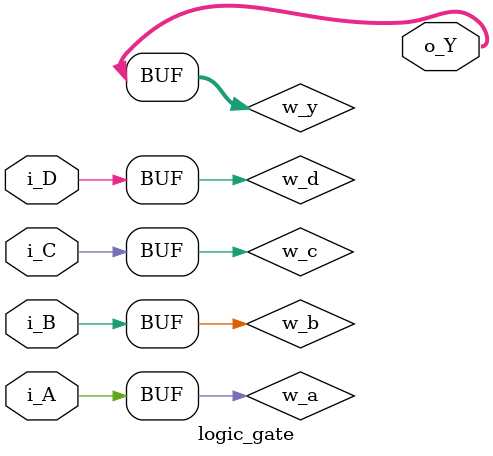
<source format=sv>

module logic_gate(
    input i_A,
    input i_B,
    input i_C,
    input i_D,
    output [7 : 0] o_Y
);

    wire w_a;
    wire w_b;
    wire w_c;
    wire w_d;
    wire [7 : 0] w_y;

    `ifdef __TASK_1__
        task_1_gate task_1_gate_inst (
                .i_A(w_a),
                .i_B(w_b),
                .i_C(w_c),
                .i_D(w_d),
                .o_Y(w_y)
            );
    `elsif __TASK_2__
        task_2_gate task_2_gate_inst (
                .i_A(w_a),
                .i_B(w_b),
                .i_C(w_c),
                .i_D(w_d),
                .o_Y(w_y)
            );
    `elsif __TASK_3__
        task_3_gate task_3_gate_inst (
                .i_A(w_a),
                .i_B(w_b),
                .i_C(w_c),
                .i_D(w_d),
                .o_Y(w_y)
            );
    `elsif __EXAMPLE_1__
        example_1_gate example_1_gate_inst (
                .i_A(w_a),
                .i_B(w_b),
                .i_C(w_c),
                .i_D(w_d),
                .o_Y(w_y)
            );
    `endif

    assign w_a = i_A;
    assign w_b = i_B;
    assign w_c = i_C;
    assign w_d = i_D;
    assign o_Y = w_y;

endmodule


</source>
